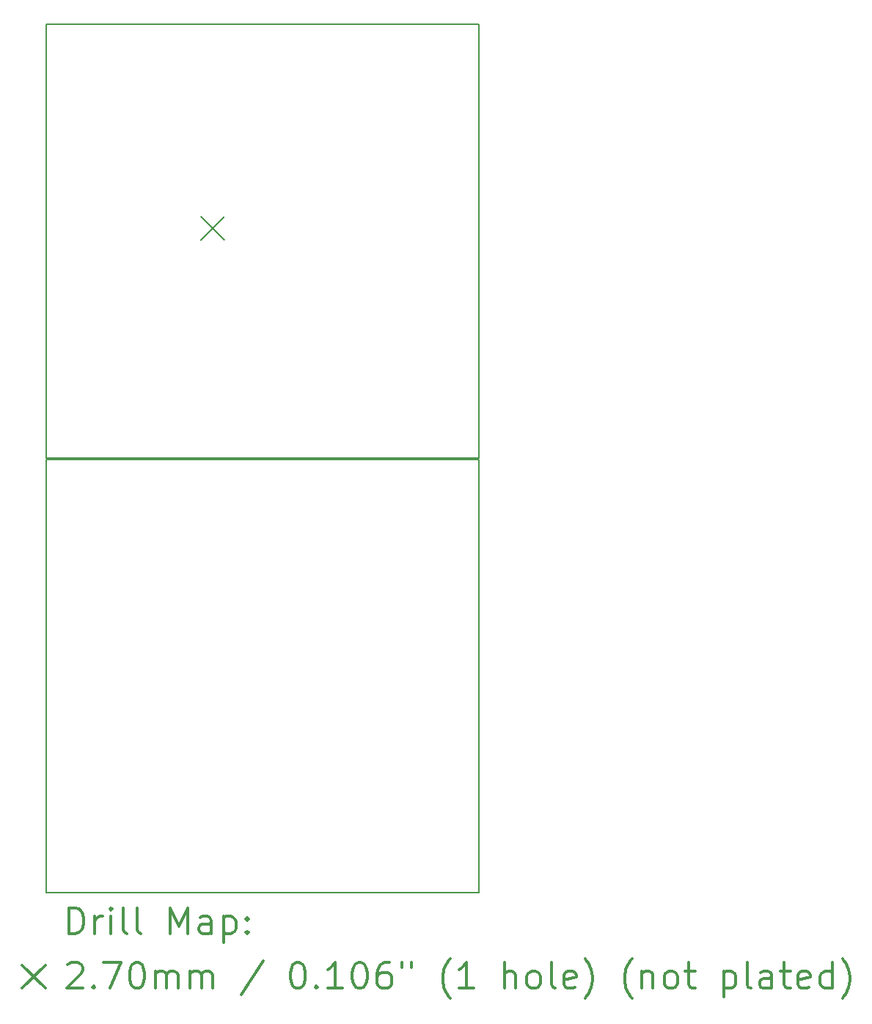
<source format=gbr>
%FSLAX45Y45*%
G04 Gerber Fmt 4.5, Leading zero omitted, Abs format (unit mm)*
G04 Created by KiCad (PCBNEW 4.0.5) date Thu Feb 16 16:16:13 2017*
%MOMM*%
%LPD*%
G01*
G04 APERTURE LIST*
%ADD10C,0.127000*%
%ADD11C,0.150000*%
%ADD12C,0.200000*%
%ADD13C,0.300000*%
G04 APERTURE END LIST*
D10*
D11*
X15000000Y-5000000D02*
X10000000Y-5000000D01*
X15000000Y-10000000D02*
X15000000Y-5000000D01*
X10000000Y-10000000D02*
X15000000Y-10000000D01*
X10000000Y-5000000D02*
X10000000Y-10000000D01*
X10000400Y-15014000D02*
X15000400Y-15014000D01*
X10000400Y-10014000D02*
X10000400Y-15014000D01*
X15000400Y-10014000D02*
X10000400Y-10014000D01*
X15000400Y-15014000D02*
X15000400Y-10014000D01*
D12*
X11790000Y-7215000D02*
X12060000Y-7485000D01*
X12060000Y-7215000D02*
X11790000Y-7485000D01*
D13*
X10263929Y-15487214D02*
X10263929Y-15187214D01*
X10335357Y-15187214D01*
X10378214Y-15201500D01*
X10406786Y-15230071D01*
X10421071Y-15258643D01*
X10435357Y-15315786D01*
X10435357Y-15358643D01*
X10421071Y-15415786D01*
X10406786Y-15444357D01*
X10378214Y-15472929D01*
X10335357Y-15487214D01*
X10263929Y-15487214D01*
X10563929Y-15487214D02*
X10563929Y-15287214D01*
X10563929Y-15344357D02*
X10578214Y-15315786D01*
X10592500Y-15301500D01*
X10621071Y-15287214D01*
X10649643Y-15287214D01*
X10749643Y-15487214D02*
X10749643Y-15287214D01*
X10749643Y-15187214D02*
X10735357Y-15201500D01*
X10749643Y-15215786D01*
X10763929Y-15201500D01*
X10749643Y-15187214D01*
X10749643Y-15215786D01*
X10935357Y-15487214D02*
X10906786Y-15472929D01*
X10892500Y-15444357D01*
X10892500Y-15187214D01*
X11092500Y-15487214D02*
X11063929Y-15472929D01*
X11049643Y-15444357D01*
X11049643Y-15187214D01*
X11435357Y-15487214D02*
X11435357Y-15187214D01*
X11535357Y-15401500D01*
X11635357Y-15187214D01*
X11635357Y-15487214D01*
X11906786Y-15487214D02*
X11906786Y-15330071D01*
X11892500Y-15301500D01*
X11863928Y-15287214D01*
X11806786Y-15287214D01*
X11778214Y-15301500D01*
X11906786Y-15472929D02*
X11878214Y-15487214D01*
X11806786Y-15487214D01*
X11778214Y-15472929D01*
X11763928Y-15444357D01*
X11763928Y-15415786D01*
X11778214Y-15387214D01*
X11806786Y-15372929D01*
X11878214Y-15372929D01*
X11906786Y-15358643D01*
X12049643Y-15287214D02*
X12049643Y-15587214D01*
X12049643Y-15301500D02*
X12078214Y-15287214D01*
X12135357Y-15287214D01*
X12163928Y-15301500D01*
X12178214Y-15315786D01*
X12192500Y-15344357D01*
X12192500Y-15430071D01*
X12178214Y-15458643D01*
X12163928Y-15472929D01*
X12135357Y-15487214D01*
X12078214Y-15487214D01*
X12049643Y-15472929D01*
X12321071Y-15458643D02*
X12335357Y-15472929D01*
X12321071Y-15487214D01*
X12306786Y-15472929D01*
X12321071Y-15458643D01*
X12321071Y-15487214D01*
X12321071Y-15301500D02*
X12335357Y-15315786D01*
X12321071Y-15330071D01*
X12306786Y-15315786D01*
X12321071Y-15301500D01*
X12321071Y-15330071D01*
X9722500Y-15846500D02*
X9992500Y-16116500D01*
X9992500Y-15846500D02*
X9722500Y-16116500D01*
X10249643Y-15845786D02*
X10263929Y-15831500D01*
X10292500Y-15817214D01*
X10363929Y-15817214D01*
X10392500Y-15831500D01*
X10406786Y-15845786D01*
X10421071Y-15874357D01*
X10421071Y-15902929D01*
X10406786Y-15945786D01*
X10235357Y-16117214D01*
X10421071Y-16117214D01*
X10549643Y-16088643D02*
X10563929Y-16102929D01*
X10549643Y-16117214D01*
X10535357Y-16102929D01*
X10549643Y-16088643D01*
X10549643Y-16117214D01*
X10663928Y-15817214D02*
X10863928Y-15817214D01*
X10735357Y-16117214D01*
X11035357Y-15817214D02*
X11063929Y-15817214D01*
X11092500Y-15831500D01*
X11106786Y-15845786D01*
X11121071Y-15874357D01*
X11135357Y-15931500D01*
X11135357Y-16002929D01*
X11121071Y-16060071D01*
X11106786Y-16088643D01*
X11092500Y-16102929D01*
X11063929Y-16117214D01*
X11035357Y-16117214D01*
X11006786Y-16102929D01*
X10992500Y-16088643D01*
X10978214Y-16060071D01*
X10963929Y-16002929D01*
X10963929Y-15931500D01*
X10978214Y-15874357D01*
X10992500Y-15845786D01*
X11006786Y-15831500D01*
X11035357Y-15817214D01*
X11263928Y-16117214D02*
X11263928Y-15917214D01*
X11263928Y-15945786D02*
X11278214Y-15931500D01*
X11306786Y-15917214D01*
X11349643Y-15917214D01*
X11378214Y-15931500D01*
X11392500Y-15960071D01*
X11392500Y-16117214D01*
X11392500Y-15960071D02*
X11406786Y-15931500D01*
X11435357Y-15917214D01*
X11478214Y-15917214D01*
X11506786Y-15931500D01*
X11521071Y-15960071D01*
X11521071Y-16117214D01*
X11663928Y-16117214D02*
X11663928Y-15917214D01*
X11663928Y-15945786D02*
X11678214Y-15931500D01*
X11706786Y-15917214D01*
X11749643Y-15917214D01*
X11778214Y-15931500D01*
X11792500Y-15960071D01*
X11792500Y-16117214D01*
X11792500Y-15960071D02*
X11806786Y-15931500D01*
X11835357Y-15917214D01*
X11878214Y-15917214D01*
X11906786Y-15931500D01*
X11921071Y-15960071D01*
X11921071Y-16117214D01*
X12506786Y-15802929D02*
X12249643Y-16188643D01*
X12892500Y-15817214D02*
X12921071Y-15817214D01*
X12949643Y-15831500D01*
X12963928Y-15845786D01*
X12978214Y-15874357D01*
X12992500Y-15931500D01*
X12992500Y-16002929D01*
X12978214Y-16060071D01*
X12963928Y-16088643D01*
X12949643Y-16102929D01*
X12921071Y-16117214D01*
X12892500Y-16117214D01*
X12863928Y-16102929D01*
X12849643Y-16088643D01*
X12835357Y-16060071D01*
X12821071Y-16002929D01*
X12821071Y-15931500D01*
X12835357Y-15874357D01*
X12849643Y-15845786D01*
X12863928Y-15831500D01*
X12892500Y-15817214D01*
X13121071Y-16088643D02*
X13135357Y-16102929D01*
X13121071Y-16117214D01*
X13106786Y-16102929D01*
X13121071Y-16088643D01*
X13121071Y-16117214D01*
X13421071Y-16117214D02*
X13249643Y-16117214D01*
X13335357Y-16117214D02*
X13335357Y-15817214D01*
X13306785Y-15860071D01*
X13278214Y-15888643D01*
X13249643Y-15902929D01*
X13606785Y-15817214D02*
X13635357Y-15817214D01*
X13663928Y-15831500D01*
X13678214Y-15845786D01*
X13692500Y-15874357D01*
X13706785Y-15931500D01*
X13706785Y-16002929D01*
X13692500Y-16060071D01*
X13678214Y-16088643D01*
X13663928Y-16102929D01*
X13635357Y-16117214D01*
X13606785Y-16117214D01*
X13578214Y-16102929D01*
X13563928Y-16088643D01*
X13549643Y-16060071D01*
X13535357Y-16002929D01*
X13535357Y-15931500D01*
X13549643Y-15874357D01*
X13563928Y-15845786D01*
X13578214Y-15831500D01*
X13606785Y-15817214D01*
X13963928Y-15817214D02*
X13906785Y-15817214D01*
X13878214Y-15831500D01*
X13863928Y-15845786D01*
X13835357Y-15888643D01*
X13821071Y-15945786D01*
X13821071Y-16060071D01*
X13835357Y-16088643D01*
X13849643Y-16102929D01*
X13878214Y-16117214D01*
X13935357Y-16117214D01*
X13963928Y-16102929D01*
X13978214Y-16088643D01*
X13992500Y-16060071D01*
X13992500Y-15988643D01*
X13978214Y-15960071D01*
X13963928Y-15945786D01*
X13935357Y-15931500D01*
X13878214Y-15931500D01*
X13849643Y-15945786D01*
X13835357Y-15960071D01*
X13821071Y-15988643D01*
X14106786Y-15817214D02*
X14106786Y-15874357D01*
X14221071Y-15817214D02*
X14221071Y-15874357D01*
X14663928Y-16231500D02*
X14649643Y-16217214D01*
X14621071Y-16174357D01*
X14606785Y-16145786D01*
X14592500Y-16102929D01*
X14578214Y-16031500D01*
X14578214Y-15974357D01*
X14592500Y-15902929D01*
X14606785Y-15860071D01*
X14621071Y-15831500D01*
X14649643Y-15788643D01*
X14663928Y-15774357D01*
X14935357Y-16117214D02*
X14763928Y-16117214D01*
X14849643Y-16117214D02*
X14849643Y-15817214D01*
X14821071Y-15860071D01*
X14792500Y-15888643D01*
X14763928Y-15902929D01*
X15292500Y-16117214D02*
X15292500Y-15817214D01*
X15421071Y-16117214D02*
X15421071Y-15960071D01*
X15406785Y-15931500D01*
X15378214Y-15917214D01*
X15335357Y-15917214D01*
X15306785Y-15931500D01*
X15292500Y-15945786D01*
X15606785Y-16117214D02*
X15578214Y-16102929D01*
X15563928Y-16088643D01*
X15549643Y-16060071D01*
X15549643Y-15974357D01*
X15563928Y-15945786D01*
X15578214Y-15931500D01*
X15606785Y-15917214D01*
X15649643Y-15917214D01*
X15678214Y-15931500D01*
X15692500Y-15945786D01*
X15706785Y-15974357D01*
X15706785Y-16060071D01*
X15692500Y-16088643D01*
X15678214Y-16102929D01*
X15649643Y-16117214D01*
X15606785Y-16117214D01*
X15878214Y-16117214D02*
X15849643Y-16102929D01*
X15835357Y-16074357D01*
X15835357Y-15817214D01*
X16106786Y-16102929D02*
X16078214Y-16117214D01*
X16021071Y-16117214D01*
X15992500Y-16102929D01*
X15978214Y-16074357D01*
X15978214Y-15960071D01*
X15992500Y-15931500D01*
X16021071Y-15917214D01*
X16078214Y-15917214D01*
X16106786Y-15931500D01*
X16121071Y-15960071D01*
X16121071Y-15988643D01*
X15978214Y-16017214D01*
X16221071Y-16231500D02*
X16235357Y-16217214D01*
X16263928Y-16174357D01*
X16278214Y-16145786D01*
X16292500Y-16102929D01*
X16306786Y-16031500D01*
X16306786Y-15974357D01*
X16292500Y-15902929D01*
X16278214Y-15860071D01*
X16263928Y-15831500D01*
X16235357Y-15788643D01*
X16221071Y-15774357D01*
X16763928Y-16231500D02*
X16749643Y-16217214D01*
X16721071Y-16174357D01*
X16706786Y-16145786D01*
X16692500Y-16102929D01*
X16678214Y-16031500D01*
X16678214Y-15974357D01*
X16692500Y-15902929D01*
X16706786Y-15860071D01*
X16721071Y-15831500D01*
X16749643Y-15788643D01*
X16763928Y-15774357D01*
X16878214Y-15917214D02*
X16878214Y-16117214D01*
X16878214Y-15945786D02*
X16892500Y-15931500D01*
X16921071Y-15917214D01*
X16963929Y-15917214D01*
X16992500Y-15931500D01*
X17006786Y-15960071D01*
X17006786Y-16117214D01*
X17192500Y-16117214D02*
X17163929Y-16102929D01*
X17149643Y-16088643D01*
X17135357Y-16060071D01*
X17135357Y-15974357D01*
X17149643Y-15945786D01*
X17163929Y-15931500D01*
X17192500Y-15917214D01*
X17235357Y-15917214D01*
X17263929Y-15931500D01*
X17278214Y-15945786D01*
X17292500Y-15974357D01*
X17292500Y-16060071D01*
X17278214Y-16088643D01*
X17263929Y-16102929D01*
X17235357Y-16117214D01*
X17192500Y-16117214D01*
X17378214Y-15917214D02*
X17492500Y-15917214D01*
X17421071Y-15817214D02*
X17421071Y-16074357D01*
X17435357Y-16102929D01*
X17463929Y-16117214D01*
X17492500Y-16117214D01*
X17821071Y-15917214D02*
X17821071Y-16217214D01*
X17821071Y-15931500D02*
X17849643Y-15917214D01*
X17906786Y-15917214D01*
X17935357Y-15931500D01*
X17949643Y-15945786D01*
X17963929Y-15974357D01*
X17963929Y-16060071D01*
X17949643Y-16088643D01*
X17935357Y-16102929D01*
X17906786Y-16117214D01*
X17849643Y-16117214D01*
X17821071Y-16102929D01*
X18135357Y-16117214D02*
X18106786Y-16102929D01*
X18092500Y-16074357D01*
X18092500Y-15817214D01*
X18378214Y-16117214D02*
X18378214Y-15960071D01*
X18363929Y-15931500D01*
X18335357Y-15917214D01*
X18278214Y-15917214D01*
X18249643Y-15931500D01*
X18378214Y-16102929D02*
X18349643Y-16117214D01*
X18278214Y-16117214D01*
X18249643Y-16102929D01*
X18235357Y-16074357D01*
X18235357Y-16045786D01*
X18249643Y-16017214D01*
X18278214Y-16002929D01*
X18349643Y-16002929D01*
X18378214Y-15988643D01*
X18478214Y-15917214D02*
X18592500Y-15917214D01*
X18521072Y-15817214D02*
X18521072Y-16074357D01*
X18535357Y-16102929D01*
X18563929Y-16117214D01*
X18592500Y-16117214D01*
X18806786Y-16102929D02*
X18778214Y-16117214D01*
X18721072Y-16117214D01*
X18692500Y-16102929D01*
X18678214Y-16074357D01*
X18678214Y-15960071D01*
X18692500Y-15931500D01*
X18721072Y-15917214D01*
X18778214Y-15917214D01*
X18806786Y-15931500D01*
X18821072Y-15960071D01*
X18821072Y-15988643D01*
X18678214Y-16017214D01*
X19078214Y-16117214D02*
X19078214Y-15817214D01*
X19078214Y-16102929D02*
X19049643Y-16117214D01*
X18992500Y-16117214D01*
X18963929Y-16102929D01*
X18949643Y-16088643D01*
X18935357Y-16060071D01*
X18935357Y-15974357D01*
X18949643Y-15945786D01*
X18963929Y-15931500D01*
X18992500Y-15917214D01*
X19049643Y-15917214D01*
X19078214Y-15931500D01*
X19192500Y-16231500D02*
X19206786Y-16217214D01*
X19235357Y-16174357D01*
X19249643Y-16145786D01*
X19263929Y-16102929D01*
X19278214Y-16031500D01*
X19278214Y-15974357D01*
X19263929Y-15902929D01*
X19249643Y-15860071D01*
X19235357Y-15831500D01*
X19206786Y-15788643D01*
X19192500Y-15774357D01*
M02*

</source>
